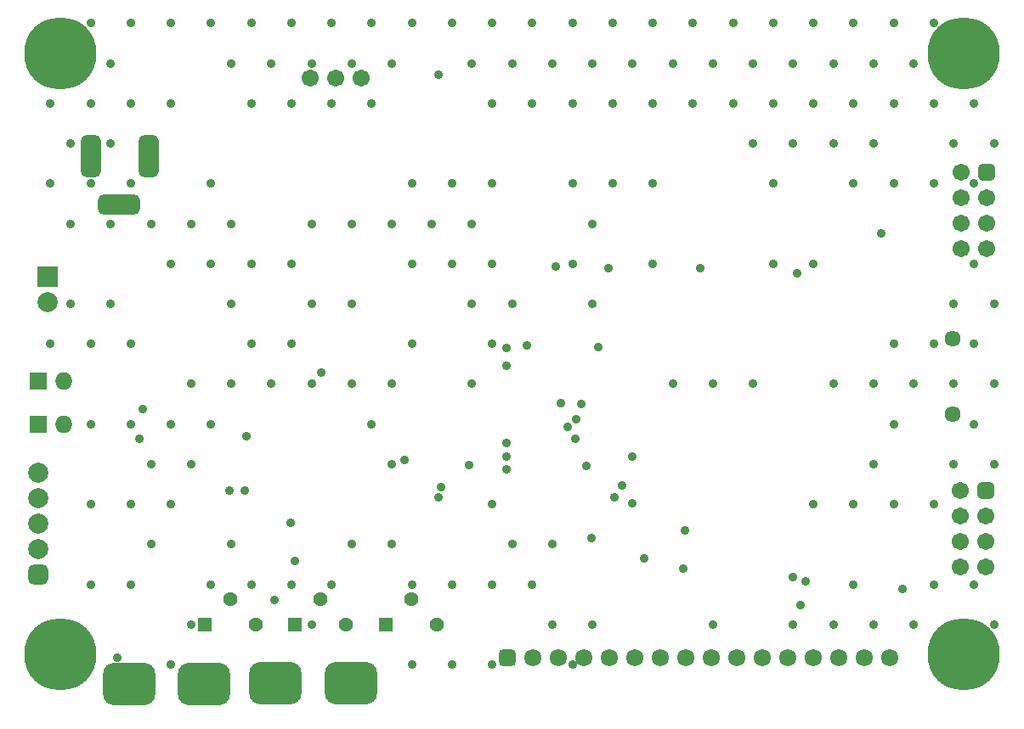
<source format=gbs>
G04*
G04 #@! TF.GenerationSoftware,Altium Limited,Altium Designer,24.1.2 (44)*
G04*
G04 Layer_Color=16711935*
%FSLAX44Y44*%
%MOMM*%
G71*
G04*
G04 #@! TF.SameCoordinates,51815DC6-8F92-44A8-A11D-F5E15FB87907*
G04*
G04*
G04 #@! TF.FilePolarity,Negative*
G04*
G01*
G75*
%ADD68C,1.7232*%
G04:AMPARAMS|DCode=69|XSize=1.7232mm|YSize=1.7232mm|CornerRadius=0.4816mm|HoleSize=0mm|Usage=FLASHONLY|Rotation=0.000|XOffset=0mm|YOffset=0mm|HoleType=Round|Shape=RoundedRectangle|*
%AMROUNDEDRECTD69*
21,1,1.7232,0.7600,0,0,0.0*
21,1,0.7600,1.7232,0,0,0.0*
1,1,0.9632,0.3800,-0.3800*
1,1,0.9632,-0.3800,-0.3800*
1,1,0.9632,-0.3800,0.3800*
1,1,0.9632,0.3800,0.3800*
%
%ADD69ROUNDEDRECTD69*%
%ADD70C,1.7032*%
G04:AMPARAMS|DCode=71|XSize=1.7032mm|YSize=1.7032mm|CornerRadius=0.4766mm|HoleSize=0mm|Usage=FLASHONLY|Rotation=270.000|XOffset=0mm|YOffset=0mm|HoleType=Round|Shape=RoundedRectangle|*
%AMROUNDEDRECTD71*
21,1,1.7032,0.7500,0,0,270.0*
21,1,0.7500,1.7032,0,0,270.0*
1,1,0.9532,-0.3750,-0.3750*
1,1,0.9532,-0.3750,0.3750*
1,1,0.9532,0.3750,0.3750*
1,1,0.9532,0.3750,-0.3750*
%
%ADD71ROUNDEDRECTD71*%
%ADD72R,1.4252X1.4252*%
%ADD73C,1.4252*%
%ADD74R,1.7432X1.7272*%
%ADD75O,1.7432X1.7272*%
%ADD76C,2.0032*%
%ADD77R,2.0032X2.0032*%
%ADD78C,1.6112*%
%ADD79C,7.2032*%
G04:AMPARAMS|DCode=80|XSize=4.2032mm|YSize=2.0032mm|CornerRadius=0.5516mm|HoleSize=0mm|Usage=FLASHONLY|Rotation=90.000|XOffset=0mm|YOffset=0mm|HoleType=Round|Shape=RoundedRectangle|*
%AMROUNDEDRECTD80*
21,1,4.2032,0.9000,0,0,90.0*
21,1,3.1000,2.0032,0,0,90.0*
1,1,1.1032,0.4500,1.5500*
1,1,1.1032,0.4500,-1.5500*
1,1,1.1032,-0.4500,-1.5500*
1,1,1.1032,-0.4500,1.5500*
%
%ADD80ROUNDEDRECTD80*%
G04:AMPARAMS|DCode=81|XSize=4.2032mm|YSize=2.0032mm|CornerRadius=0.5516mm|HoleSize=0mm|Usage=FLASHONLY|Rotation=180.000|XOffset=0mm|YOffset=0mm|HoleType=Round|Shape=RoundedRectangle|*
%AMROUNDEDRECTD81*
21,1,4.2032,0.9000,0,0,180.0*
21,1,3.1000,2.0032,0,0,180.0*
1,1,1.1032,-1.5500,0.4500*
1,1,1.1032,1.5500,0.4500*
1,1,1.1032,1.5500,-0.4500*
1,1,1.1032,-1.5500,-0.4500*
%
%ADD81ROUNDEDRECTD81*%
G04:AMPARAMS|DCode=82|XSize=2.0032mm|YSize=2.0032mm|CornerRadius=0.5516mm|HoleSize=0mm|Usage=FLASHONLY|Rotation=180.000|XOffset=0mm|YOffset=0mm|HoleType=Round|Shape=RoundedRectangle|*
%AMROUNDEDRECTD82*
21,1,2.0032,0.9000,0,0,180.0*
21,1,0.9000,2.0032,0,0,180.0*
1,1,1.1032,-0.4500,0.4500*
1,1,1.1032,0.4500,0.4500*
1,1,1.1032,0.4500,-0.4500*
1,1,1.1032,-0.4500,-0.4500*
%
%ADD82ROUNDEDRECTD82*%
%ADD83C,0.9032*%
G04:AMPARAMS|DCode=104|XSize=5.2032mm|YSize=4.2032mm|CornerRadius=1.1016mm|HoleSize=0mm|Usage=FLASHONLY|Rotation=0.000|XOffset=0mm|YOffset=0mm|HoleType=Round|Shape=RoundedRectangle|*
%AMROUNDEDRECTD104*
21,1,5.2032,2.0000,0,0,0.0*
21,1,3.0000,4.2032,0,0,0.0*
1,1,2.2032,1.5000,-1.0000*
1,1,2.2032,-1.5000,-1.0000*
1,1,2.2032,-1.5000,1.0000*
1,1,2.2032,1.5000,1.0000*
%
%ADD104ROUNDEDRECTD104*%
D68*
X876300Y46990D02*
D03*
X850900D02*
D03*
X825500D02*
D03*
X800100D02*
D03*
X749300D02*
D03*
X698500D02*
D03*
X673100D02*
D03*
X622300D02*
D03*
X596900D02*
D03*
X571500D02*
D03*
X520700D02*
D03*
X546100D02*
D03*
X647700D02*
D03*
X723900D02*
D03*
X774700D02*
D03*
D69*
X495300D02*
D03*
D70*
X972820Y454660D02*
D03*
Y480060D02*
D03*
X947420Y454660D02*
D03*
Y480060D02*
D03*
X972820Y505460D02*
D03*
X947420D02*
D03*
Y530860D02*
D03*
X946150Y213360D02*
D03*
Y187960D02*
D03*
X971550D02*
D03*
X946150Y162560D02*
D03*
Y137160D02*
D03*
X971550Y162560D02*
D03*
Y137160D02*
D03*
X323850Y624840D02*
D03*
X349250D02*
D03*
X298450D02*
D03*
D71*
X972820Y530860D02*
D03*
X971550Y213360D02*
D03*
D72*
X373650Y80000D02*
D03*
X193600D02*
D03*
X283600D02*
D03*
D73*
X399050Y105400D02*
D03*
X424450Y80000D02*
D03*
X244400D02*
D03*
X219000Y105400D02*
D03*
X334400Y80000D02*
D03*
X309000Y105400D02*
D03*
D74*
X27940Y279400D02*
D03*
Y322580D02*
D03*
D75*
X53340Y279400D02*
D03*
Y322580D02*
D03*
D76*
X36830Y401320D02*
D03*
X27940Y231140D02*
D03*
Y205740D02*
D03*
Y180340D02*
D03*
Y154940D02*
D03*
D77*
X36830Y426720D02*
D03*
D78*
X938530Y289660D02*
D03*
Y365660D02*
D03*
D79*
X50000Y650000D02*
D03*
X950000Y650000D02*
D03*
X50000Y50000D02*
D03*
X950000Y50000D02*
D03*
D80*
X138250Y547370D02*
D03*
X80250D02*
D03*
D81*
X108250Y499370D02*
D03*
D82*
X27940Y129540D02*
D03*
D83*
X585470Y356870D02*
D03*
X960000Y600000D02*
D03*
X980000Y560000D02*
D03*
X960000Y520000D02*
D03*
Y440000D02*
D03*
X980000Y400000D02*
D03*
X960000Y360000D02*
D03*
X980000Y320000D02*
D03*
X960000Y280000D02*
D03*
X980000Y240000D02*
D03*
X960000Y120000D02*
D03*
X980000Y80000D02*
D03*
X920000Y680000D02*
D03*
Y600000D02*
D03*
X940000Y560000D02*
D03*
X920000Y520000D02*
D03*
X940000Y400000D02*
D03*
X920000Y360000D02*
D03*
X940000Y320000D02*
D03*
Y240000D02*
D03*
X920000Y200000D02*
D03*
Y120000D02*
D03*
X880000Y680000D02*
D03*
X900000Y640000D02*
D03*
X880000Y600000D02*
D03*
Y520000D02*
D03*
Y360000D02*
D03*
X900000Y320000D02*
D03*
X880000Y280000D02*
D03*
Y200000D02*
D03*
X900000Y80000D02*
D03*
X840000Y680000D02*
D03*
X860000Y640000D02*
D03*
X840000Y600000D02*
D03*
X860000Y560000D02*
D03*
X840000Y520000D02*
D03*
X860000Y320000D02*
D03*
Y240000D02*
D03*
X840000Y200000D02*
D03*
Y120000D02*
D03*
X860000Y80000D02*
D03*
X800000Y680000D02*
D03*
X820000Y640000D02*
D03*
X800000Y600000D02*
D03*
X820000Y560000D02*
D03*
X800000Y440000D02*
D03*
X820000Y320000D02*
D03*
X800000Y200000D02*
D03*
X820000Y80000D02*
D03*
X760000Y680000D02*
D03*
X780000Y640000D02*
D03*
X760000Y600000D02*
D03*
X780000Y560000D02*
D03*
X760000Y520000D02*
D03*
Y440000D02*
D03*
X780000Y80000D02*
D03*
X720000Y680000D02*
D03*
X740000Y640000D02*
D03*
X720000Y600000D02*
D03*
X740000Y560000D02*
D03*
Y320000D02*
D03*
X680000Y680000D02*
D03*
X700000Y640000D02*
D03*
X680000Y600000D02*
D03*
X700000Y320000D02*
D03*
Y80000D02*
D03*
X640000Y680000D02*
D03*
X660000Y640000D02*
D03*
X640000Y600000D02*
D03*
Y520000D02*
D03*
Y440000D02*
D03*
X660000Y320000D02*
D03*
X600000Y680000D02*
D03*
X620000Y640000D02*
D03*
X600000Y600000D02*
D03*
Y520000D02*
D03*
X560000Y680000D02*
D03*
X580000Y640000D02*
D03*
X560000Y600000D02*
D03*
Y520000D02*
D03*
X580000Y480000D02*
D03*
X560000Y440000D02*
D03*
X580000Y400000D02*
D03*
Y80000D02*
D03*
X560000Y40000D02*
D03*
X520000Y680000D02*
D03*
X540000Y640000D02*
D03*
X520000Y600000D02*
D03*
X540000Y160000D02*
D03*
X520000Y120000D02*
D03*
X540000Y80000D02*
D03*
X480000Y680000D02*
D03*
X500000Y640000D02*
D03*
X480000Y600000D02*
D03*
Y520000D02*
D03*
Y440000D02*
D03*
X500000Y400000D02*
D03*
X480000Y360000D02*
D03*
Y200000D02*
D03*
X500000Y160000D02*
D03*
X480000Y120000D02*
D03*
Y40000D02*
D03*
X440000Y680000D02*
D03*
X460000Y640000D02*
D03*
X440000Y520000D02*
D03*
X460000Y480000D02*
D03*
X440000Y440000D02*
D03*
X460000Y400000D02*
D03*
Y320000D02*
D03*
X440000Y120000D02*
D03*
Y40000D02*
D03*
X400000Y680000D02*
D03*
Y520000D02*
D03*
X420000Y480000D02*
D03*
X400000Y440000D02*
D03*
Y360000D02*
D03*
Y120000D02*
D03*
Y40000D02*
D03*
X360000Y680000D02*
D03*
X380000Y640000D02*
D03*
X360000Y600000D02*
D03*
X380000Y480000D02*
D03*
Y320000D02*
D03*
X360000Y280000D02*
D03*
X380000Y240000D02*
D03*
Y160000D02*
D03*
X320000Y680000D02*
D03*
X340000Y640000D02*
D03*
X320000Y600000D02*
D03*
X340000Y480000D02*
D03*
Y400000D02*
D03*
Y320000D02*
D03*
Y160000D02*
D03*
X320000Y120000D02*
D03*
X280000Y680000D02*
D03*
X300000Y640000D02*
D03*
X280000Y600000D02*
D03*
X300000Y480000D02*
D03*
X280000Y440000D02*
D03*
X300000Y400000D02*
D03*
X280000Y360000D02*
D03*
X300000Y320000D02*
D03*
X280000Y120000D02*
D03*
X300000Y80000D02*
D03*
X240000Y680000D02*
D03*
X260000Y640000D02*
D03*
X240000Y600000D02*
D03*
Y440000D02*
D03*
Y360000D02*
D03*
X260000Y320000D02*
D03*
X240000Y120000D02*
D03*
X200000Y680000D02*
D03*
X220000Y640000D02*
D03*
X200000Y520000D02*
D03*
X220000Y480000D02*
D03*
X200000Y440000D02*
D03*
X220000Y400000D02*
D03*
Y320000D02*
D03*
X200000Y280000D02*
D03*
X220000Y160000D02*
D03*
X200000Y120000D02*
D03*
X160000Y680000D02*
D03*
Y600000D02*
D03*
X180000Y480000D02*
D03*
X160000Y440000D02*
D03*
X180000Y320000D02*
D03*
X160000Y280000D02*
D03*
X180000Y240000D02*
D03*
X160000Y200000D02*
D03*
X180000Y80000D02*
D03*
X160000Y40000D02*
D03*
X120000Y680000D02*
D03*
Y600000D02*
D03*
Y520000D02*
D03*
X140000Y480000D02*
D03*
X120000Y360000D02*
D03*
Y280000D02*
D03*
X140000Y240000D02*
D03*
X120000Y200000D02*
D03*
X140000Y160000D02*
D03*
X120000Y120000D02*
D03*
X80000Y680000D02*
D03*
X100000Y640000D02*
D03*
X80000Y600000D02*
D03*
X100000Y560000D02*
D03*
X80000Y520000D02*
D03*
X100000Y480000D02*
D03*
Y400000D02*
D03*
X80000Y360000D02*
D03*
Y280000D02*
D03*
Y200000D02*
D03*
Y120000D02*
D03*
X40000Y600000D02*
D03*
X60000Y560000D02*
D03*
X40000Y520000D02*
D03*
X60000Y480000D02*
D03*
Y400000D02*
D03*
X40000Y360000D02*
D03*
X619500Y247650D02*
D03*
X548640Y300990D02*
D03*
X568960Y299720D02*
D03*
X106680Y46990D02*
D03*
X670560Y135890D02*
D03*
X579120Y166370D02*
D03*
X218487Y213360D02*
D03*
X279400Y181610D02*
D03*
X181610Y33020D02*
D03*
X128270Y265430D02*
D03*
X494030Y261190D02*
D03*
X457200Y239420D02*
D03*
X132080Y294640D02*
D03*
X233680Y213360D02*
D03*
X494030Y234950D02*
D03*
Y247650D02*
D03*
X429260Y217170D02*
D03*
X426720Y207010D02*
D03*
X631190Y146050D02*
D03*
X426720Y628650D02*
D03*
X234950Y267970D02*
D03*
X309880Y331470D02*
D03*
X392430Y243840D02*
D03*
X889000Y115570D02*
D03*
X787400Y99060D02*
D03*
X574040Y238675D02*
D03*
X494030Y337820D02*
D03*
X563880Y284480D02*
D03*
X554990Y276860D02*
D03*
X514350Y358140D02*
D03*
X609290Y218833D02*
D03*
X494030Y355600D02*
D03*
X601980Y207010D02*
D03*
X619763Y200753D02*
D03*
X262890Y104140D02*
D03*
X283210Y143510D02*
D03*
X595630Y435610D02*
D03*
X687070D02*
D03*
X783590Y430530D02*
D03*
X867410Y469900D02*
D03*
X543560Y436880D02*
D03*
X562610Y265430D02*
D03*
X792480Y123190D02*
D03*
X779780Y127000D02*
D03*
X671830Y173990D02*
D03*
X50000Y677500D02*
D03*
X70000Y670000D02*
D03*
X77500Y650000D02*
D03*
X70000Y630000D02*
D03*
X50000Y622500D02*
D03*
X30000Y630000D02*
D03*
X22500Y650000D02*
D03*
X30000Y670000D02*
D03*
X950000Y677500D02*
D03*
X970000Y670000D02*
D03*
X977500Y650000D02*
D03*
X970000Y630000D02*
D03*
X950000Y622500D02*
D03*
X930000Y630000D02*
D03*
X922500Y650000D02*
D03*
X930000Y670000D02*
D03*
X50000Y77500D02*
D03*
X70000Y70000D02*
D03*
X77500Y50000D02*
D03*
X70000Y30000D02*
D03*
X50000Y22500D02*
D03*
X30000Y30000D02*
D03*
X22500Y50000D02*
D03*
X30000Y70000D02*
D03*
X950000Y77500D02*
D03*
X970000Y70000D02*
D03*
X977500Y50000D02*
D03*
X970000Y30000D02*
D03*
X950000Y22500D02*
D03*
X930000Y30000D02*
D03*
X922500Y50000D02*
D03*
X930000Y70000D02*
D03*
D104*
X193110Y21016D02*
D03*
X118110D02*
D03*
X264160Y21590D02*
D03*
X339160D02*
D03*
M02*

</source>
